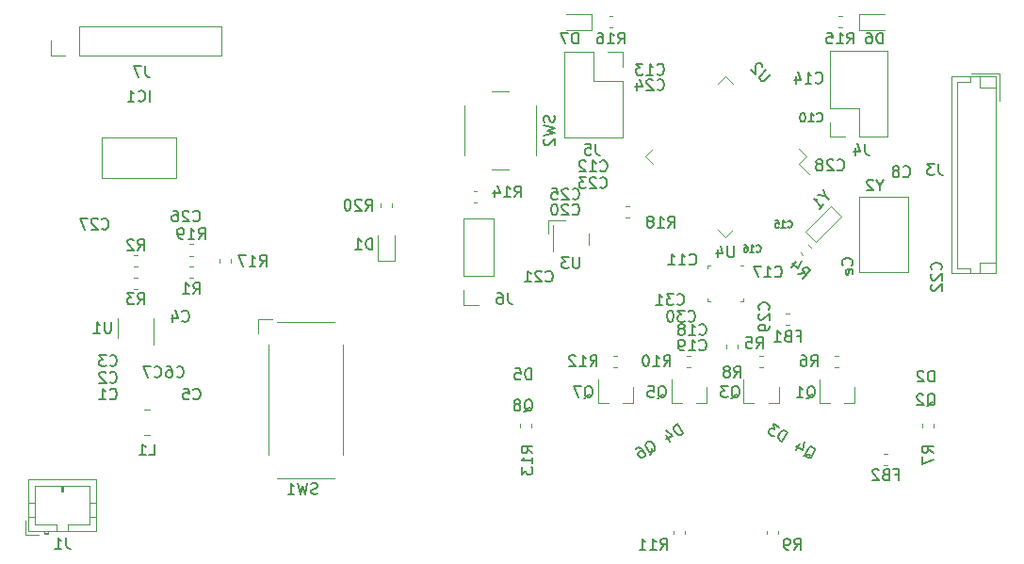
<source format=gbr>
%TF.GenerationSoftware,KiCad,Pcbnew,5.1.6-c6e7f7d~87~ubuntu18.04.1*%
%TF.CreationDate,2020-09-10T12:49:25+09:00*%
%TF.ProjectId,m5mouse,6d356d6f-7573-4652-9e6b-696361645f70,rev?*%
%TF.SameCoordinates,PX4c4b400PY8583b00*%
%TF.FileFunction,Legend,Bot*%
%TF.FilePolarity,Positive*%
%FSLAX46Y46*%
G04 Gerber Fmt 4.6, Leading zero omitted, Abs format (unit mm)*
G04 Created by KiCad (PCBNEW 5.1.6-c6e7f7d~87~ubuntu18.04.1) date 2020-09-10 12:49:25*
%MOMM*%
%LPD*%
G01*
G04 APERTURE LIST*
%ADD10C,0.120000*%
%ADD11C,0.150000*%
G04 APERTURE END LIST*
D10*
%TO.C,D1*%
X48235000Y29300000D02*
X48235000Y27015000D01*
X48235000Y27015000D02*
X46765000Y27015000D01*
X46765000Y27015000D02*
X46765000Y29300000D01*
%TO.C,D6*%
X90015000Y49235000D02*
X92300000Y49235000D01*
X90015000Y47765000D02*
X90015000Y49235000D01*
X92300000Y47765000D02*
X90015000Y47765000D01*
%TO.C,D7*%
X65985000Y47765000D02*
X63700000Y47765000D01*
X65985000Y49235000D02*
X65985000Y47765000D01*
X63700000Y49235000D02*
X65985000Y49235000D01*
%TO.C,IC1*%
X28650000Y38150000D02*
X21950000Y38150000D01*
X21950000Y38150000D02*
X21950000Y34450000D01*
X21950000Y34450000D02*
X28650000Y34450000D01*
X28650000Y34450000D02*
X28650000Y38150000D01*
%TO.C,J3*%
X102610000Y43910000D02*
X102610000Y41410000D01*
X100110000Y43910000D02*
X102610000Y43910000D01*
X100810000Y26890000D02*
X102310000Y26890000D01*
X100810000Y25890000D02*
X100810000Y26890000D01*
X100810000Y42610000D02*
X102310000Y42610000D01*
X100810000Y43610000D02*
X100810000Y42610000D01*
X100000000Y26390000D02*
X100000000Y25890000D01*
X98790000Y26390000D02*
X100000000Y26390000D01*
X98790000Y43110000D02*
X98790000Y26390000D01*
X100000000Y43110000D02*
X98790000Y43110000D01*
X100000000Y43610000D02*
X100000000Y43110000D01*
X98290000Y25890000D02*
X98290000Y43610000D01*
X102310000Y25890000D02*
X98290000Y25890000D01*
X102310000Y43610000D02*
X102310000Y25890000D01*
X98290000Y43610000D02*
X102310000Y43610000D01*
%TO.C,J4*%
X87370000Y45910000D02*
X92570000Y45910000D01*
X87370000Y40770000D02*
X87370000Y45910000D01*
X92570000Y38170000D02*
X92570000Y45910000D01*
X87370000Y40770000D02*
X89970000Y40770000D01*
X89970000Y40770000D02*
X89970000Y38170000D01*
X89970000Y38170000D02*
X92570000Y38170000D01*
X87370000Y39500000D02*
X87370000Y38170000D01*
X87370000Y38170000D02*
X88700000Y38170000D01*
%TO.C,J5*%
X68730000Y45830000D02*
X67400000Y45830000D01*
X68730000Y44500000D02*
X68730000Y45830000D01*
X66130000Y45830000D02*
X63530000Y45830000D01*
X66130000Y43230000D02*
X66130000Y45830000D01*
X68730000Y43230000D02*
X66130000Y43230000D01*
X63530000Y45830000D02*
X63530000Y38090000D01*
X68730000Y43230000D02*
X68730000Y38090000D01*
X68730000Y38090000D02*
X63530000Y38090000D01*
%TO.C,J6*%
X54470000Y23070000D02*
X55800000Y23070000D01*
X54470000Y24400000D02*
X54470000Y23070000D01*
X54470000Y25670000D02*
X57130000Y25670000D01*
X57130000Y25670000D02*
X57130000Y30810000D01*
X54470000Y25670000D02*
X54470000Y30810000D01*
X54470000Y30810000D02*
X57130000Y30810000D01*
%TO.C,J7*%
X17320000Y46800000D02*
X17320000Y45470000D01*
X17320000Y45470000D02*
X18650000Y45470000D01*
X19920000Y45470000D02*
X32680000Y45470000D01*
X32680000Y48130000D02*
X32680000Y45470000D01*
X19920000Y48130000D02*
X32680000Y48130000D01*
X19920000Y48130000D02*
X19920000Y45470000D01*
%TO.C,L1*%
X25738748Y13610000D02*
X26261252Y13610000D01*
X25738748Y11390000D02*
X26261252Y11390000D01*
%TO.C,Q1*%
X89580000Y14240000D02*
X89580000Y15700000D01*
X86420000Y14240000D02*
X86420000Y16400000D01*
X86420000Y14240000D02*
X87350000Y14240000D01*
X89580000Y14240000D02*
X88650000Y14240000D01*
%TO.C,Q3*%
X82780000Y14240000D02*
X81850000Y14240000D01*
X79620000Y14240000D02*
X80550000Y14240000D01*
X79620000Y14240000D02*
X79620000Y16400000D01*
X82780000Y14240000D02*
X82780000Y15700000D01*
%TO.C,Q5*%
X76280000Y14240000D02*
X76280000Y15700000D01*
X73120000Y14240000D02*
X73120000Y16400000D01*
X73120000Y14240000D02*
X74050000Y14240000D01*
X76280000Y14240000D02*
X75350000Y14240000D01*
%TO.C,Q7*%
X69680000Y14240000D02*
X68750000Y14240000D01*
X66520000Y14240000D02*
X67450000Y14240000D01*
X66520000Y14240000D02*
X66520000Y16400000D01*
X69680000Y14240000D02*
X69680000Y15700000D01*
%TO.C,R1*%
X30162779Y26510000D02*
X29837221Y26510000D01*
X30162779Y25490000D02*
X29837221Y25490000D01*
%TO.C,R2*%
X25162779Y26490000D02*
X24837221Y26490000D01*
X25162779Y27510000D02*
X24837221Y27510000D01*
%TO.C,R3*%
X24837221Y24490000D02*
X25162779Y24490000D01*
X24837221Y25510000D02*
X25162779Y25510000D01*
%TO.C,R4*%
X85445522Y28475727D02*
X85675727Y28245522D01*
X84724273Y27754478D02*
X84954478Y27524273D01*
%TO.C,R5*%
X79092000Y19141221D02*
X79092000Y19466779D01*
X78072000Y19141221D02*
X78072000Y19466779D01*
%TO.C,R6*%
X87837221Y18510000D02*
X88162779Y18510000D01*
X87837221Y17490000D02*
X88162779Y17490000D01*
%TO.C,R7*%
X96710000Y12362779D02*
X96710000Y12037221D01*
X95690000Y12362779D02*
X95690000Y12037221D01*
%TO.C,R8*%
X81037221Y17490000D02*
X81362779Y17490000D01*
X81037221Y18510000D02*
X81362779Y18510000D01*
%TO.C,R9*%
X82710000Y2762779D02*
X82710000Y2437221D01*
X81690000Y2762779D02*
X81690000Y2437221D01*
%TO.C,R10*%
X74537221Y17490000D02*
X74862779Y17490000D01*
X74537221Y18510000D02*
X74862779Y18510000D01*
%TO.C,R11*%
X74310000Y2762779D02*
X74310000Y2437221D01*
X73290000Y2762779D02*
X73290000Y2437221D01*
%TO.C,R12*%
X67937221Y17490000D02*
X68262779Y17490000D01*
X67937221Y18510000D02*
X68262779Y18510000D01*
%TO.C,R13*%
X60510000Y12362779D02*
X60510000Y12037221D01*
X59490000Y12362779D02*
X59490000Y12037221D01*
%TO.C,R14*%
X55337221Y32290000D02*
X55662779Y32290000D01*
X55337221Y33310000D02*
X55662779Y33310000D01*
%TO.C,R15*%
X88462779Y47990000D02*
X88137221Y47990000D01*
X88462779Y49010000D02*
X88137221Y49010000D01*
%TO.C,R16*%
X67537221Y47990000D02*
X67862779Y47990000D01*
X67537221Y49010000D02*
X67862779Y49010000D01*
%TO.C,R17*%
X32490000Y26837221D02*
X32490000Y27162779D01*
X33510000Y26837221D02*
X33510000Y27162779D01*
%TO.C,R18*%
X69362779Y31910000D02*
X69037221Y31910000D01*
X69362779Y30890000D02*
X69037221Y30890000D01*
%TO.C,R19*%
X30162779Y28510000D02*
X29837221Y28510000D01*
X30162779Y27490000D02*
X29837221Y27490000D01*
%TO.C,R20*%
X48010000Y32162779D02*
X48010000Y31837221D01*
X46990000Y32162779D02*
X46990000Y31837221D01*
%TO.C,SW1*%
X37650000Y7500000D02*
X42850000Y7500000D01*
X42850000Y21500000D02*
X37650000Y21500000D01*
X36900000Y19450000D02*
X36900000Y9550000D01*
X43600000Y9550000D02*
X43600000Y19450000D01*
X37250000Y21800000D02*
X35950000Y21800000D01*
X35950000Y21800000D02*
X35950000Y20500000D01*
%TO.C,SW2*%
X57000000Y42250000D02*
X58500000Y42250000D01*
X61000000Y41000000D02*
X61000000Y36500000D01*
X58500000Y35250000D02*
X57000000Y35250000D01*
X54500000Y36500000D02*
X54500000Y41000000D01*
%TO.C,U1*%
X26610000Y21900000D02*
X26610000Y19450000D01*
X23390000Y20100000D02*
X23390000Y21900000D01*
%TO.C,U2*%
X84554880Y35728249D02*
X85502403Y34780725D01*
X85226631Y36400000D02*
X84554880Y35728249D01*
X84554880Y37071751D02*
X85226631Y36400000D01*
X78000000Y43626631D02*
X77328249Y42954880D01*
X78671751Y42954880D02*
X78000000Y43626631D01*
X78000000Y29173369D02*
X78671751Y29845120D01*
X77328249Y29845120D02*
X78000000Y29173369D01*
X70773369Y36400000D02*
X71445120Y37071751D01*
X71445120Y35728249D02*
X70773369Y36400000D01*
%TO.C,U3*%
X62480000Y30250000D02*
X62480000Y27880000D01*
X65720000Y28500000D02*
X65720000Y29500000D01*
X62100000Y30700000D02*
X62100000Y29500000D01*
X63600000Y30700000D02*
X62100000Y30700000D01*
%TO.C,Y1*%
X86137258Y28737258D02*
X88400000Y31000000D01*
X85218019Y29656497D02*
X86137258Y28737258D01*
X87480761Y31919239D02*
X85218019Y29656497D01*
X88400000Y31000000D02*
X87480761Y31919239D01*
%TO.C,Y2*%
X90000000Y32800000D02*
X94400000Y32800000D01*
X94400000Y26000000D02*
X94400000Y32800000D01*
X90000000Y26000000D02*
X94400000Y26000000D01*
X90000000Y32800000D02*
X90000000Y26000000D01*
%TO.C,FB1*%
X83437221Y21290000D02*
X83762779Y21290000D01*
X83437221Y22310000D02*
X83762779Y22310000D01*
%TO.C,U4*%
X76640000Y26610000D02*
X76390000Y26610000D01*
X76390000Y26610000D02*
X76390000Y26360000D01*
X79360000Y23390000D02*
X79610000Y23390000D01*
X79610000Y23390000D02*
X79610000Y23640000D01*
X76640000Y23390000D02*
X76390000Y23390000D01*
X76390000Y23390000D02*
X76390000Y23640000D01*
X79360000Y26610000D02*
X79610000Y26610000D01*
%TO.C,J1*%
X15040000Y2390000D02*
X15040000Y3640000D01*
X16290000Y2390000D02*
X15040000Y2390000D01*
X18400000Y6800000D02*
X18400000Y6300000D01*
X18500000Y6300000D02*
X18500000Y6800000D01*
X18300000Y6300000D02*
X18500000Y6300000D01*
X18300000Y6800000D02*
X18300000Y6300000D01*
X21460000Y5300000D02*
X20850000Y5300000D01*
X21460000Y4000000D02*
X20850000Y4000000D01*
X15340000Y5300000D02*
X15950000Y5300000D01*
X15340000Y4000000D02*
X15950000Y4000000D01*
X18900000Y3300000D02*
X18900000Y2690000D01*
X20850000Y3300000D02*
X18900000Y3300000D01*
X20850000Y6800000D02*
X20850000Y3300000D01*
X15950000Y6800000D02*
X20850000Y6800000D01*
X15950000Y3300000D02*
X15950000Y6800000D01*
X17900000Y3300000D02*
X15950000Y3300000D01*
X17900000Y2690000D02*
X17900000Y3300000D01*
X17100000Y2590000D02*
X16800000Y2590000D01*
X16800000Y2490000D02*
X16800000Y2690000D01*
X17100000Y2490000D02*
X16800000Y2490000D01*
X17100000Y2690000D02*
X17100000Y2490000D01*
X21460000Y2690000D02*
X15340000Y2690000D01*
X21460000Y7410000D02*
X21460000Y2690000D01*
X15340000Y7410000D02*
X21460000Y7410000D01*
X15340000Y2690000D02*
X15340000Y7410000D01*
%TO.C,FB2*%
X92237221Y8690000D02*
X92562779Y8690000D01*
X92237221Y9710000D02*
X92562779Y9710000D01*
%TO.C,C1*%
D11*
X22666666Y14642858D02*
X22714285Y14595239D01*
X22857142Y14547620D01*
X22952380Y14547620D01*
X23095238Y14595239D01*
X23190476Y14690477D01*
X23238095Y14785715D01*
X23285714Y14976191D01*
X23285714Y15119048D01*
X23238095Y15309524D01*
X23190476Y15404762D01*
X23095238Y15500000D01*
X22952380Y15547620D01*
X22857142Y15547620D01*
X22714285Y15500000D01*
X22666666Y15452381D01*
X21714285Y14547620D02*
X22285714Y14547620D01*
X22000000Y14547620D02*
X22000000Y15547620D01*
X22095238Y15404762D01*
X22190476Y15309524D01*
X22285714Y15261905D01*
%TO.C,C2*%
X22666666Y16142858D02*
X22714285Y16095239D01*
X22857142Y16047620D01*
X22952380Y16047620D01*
X23095238Y16095239D01*
X23190476Y16190477D01*
X23238095Y16285715D01*
X23285714Y16476191D01*
X23285714Y16619048D01*
X23238095Y16809524D01*
X23190476Y16904762D01*
X23095238Y17000000D01*
X22952380Y17047620D01*
X22857142Y17047620D01*
X22714285Y17000000D01*
X22666666Y16952381D01*
X22285714Y16952381D02*
X22238095Y17000000D01*
X22142857Y17047620D01*
X21904761Y17047620D01*
X21809523Y17000000D01*
X21761904Y16952381D01*
X21714285Y16857143D01*
X21714285Y16761905D01*
X21761904Y16619048D01*
X22333333Y16047620D01*
X21714285Y16047620D01*
%TO.C,C3*%
X22666666Y17642858D02*
X22714285Y17595239D01*
X22857142Y17547620D01*
X22952380Y17547620D01*
X23095238Y17595239D01*
X23190476Y17690477D01*
X23238095Y17785715D01*
X23285714Y17976191D01*
X23285714Y18119048D01*
X23238095Y18309524D01*
X23190476Y18404762D01*
X23095238Y18500000D01*
X22952380Y18547620D01*
X22857142Y18547620D01*
X22714285Y18500000D01*
X22666666Y18452381D01*
X22333333Y18547620D02*
X21714285Y18547620D01*
X22047619Y18166667D01*
X21904761Y18166667D01*
X21809523Y18119048D01*
X21761904Y18071429D01*
X21714285Y17976191D01*
X21714285Y17738096D01*
X21761904Y17642858D01*
X21809523Y17595239D01*
X21904761Y17547620D01*
X22190476Y17547620D01*
X22285714Y17595239D01*
X22333333Y17642858D01*
%TO.C,C4*%
X29166666Y21642858D02*
X29214285Y21595239D01*
X29357142Y21547620D01*
X29452380Y21547620D01*
X29595238Y21595239D01*
X29690476Y21690477D01*
X29738095Y21785715D01*
X29785714Y21976191D01*
X29785714Y22119048D01*
X29738095Y22309524D01*
X29690476Y22404762D01*
X29595238Y22500000D01*
X29452380Y22547620D01*
X29357142Y22547620D01*
X29214285Y22500000D01*
X29166666Y22452381D01*
X28309523Y22214286D02*
X28309523Y21547620D01*
X28547619Y22595239D02*
X28785714Y21880953D01*
X28166666Y21880953D01*
%TO.C,C5*%
X30166666Y14642858D02*
X30214285Y14595239D01*
X30357142Y14547620D01*
X30452380Y14547620D01*
X30595238Y14595239D01*
X30690476Y14690477D01*
X30738095Y14785715D01*
X30785714Y14976191D01*
X30785714Y15119048D01*
X30738095Y15309524D01*
X30690476Y15404762D01*
X30595238Y15500000D01*
X30452380Y15547620D01*
X30357142Y15547620D01*
X30214285Y15500000D01*
X30166666Y15452381D01*
X29261904Y15547620D02*
X29738095Y15547620D01*
X29785714Y15071429D01*
X29738095Y15119048D01*
X29642857Y15166667D01*
X29404761Y15166667D01*
X29309523Y15119048D01*
X29261904Y15071429D01*
X29214285Y14976191D01*
X29214285Y14738096D01*
X29261904Y14642858D01*
X29309523Y14595239D01*
X29404761Y14547620D01*
X29642857Y14547620D01*
X29738095Y14595239D01*
X29785714Y14642858D01*
%TO.C,C6*%
X28666666Y16642858D02*
X28714285Y16595239D01*
X28857142Y16547620D01*
X28952380Y16547620D01*
X29095238Y16595239D01*
X29190476Y16690477D01*
X29238095Y16785715D01*
X29285714Y16976191D01*
X29285714Y17119048D01*
X29238095Y17309524D01*
X29190476Y17404762D01*
X29095238Y17500000D01*
X28952380Y17547620D01*
X28857142Y17547620D01*
X28714285Y17500000D01*
X28666666Y17452381D01*
X27809523Y17547620D02*
X28000000Y17547620D01*
X28095238Y17500000D01*
X28142857Y17452381D01*
X28238095Y17309524D01*
X28285714Y17119048D01*
X28285714Y16738096D01*
X28238095Y16642858D01*
X28190476Y16595239D01*
X28095238Y16547620D01*
X27904761Y16547620D01*
X27809523Y16595239D01*
X27761904Y16642858D01*
X27714285Y16738096D01*
X27714285Y16976191D01*
X27761904Y17071429D01*
X27809523Y17119048D01*
X27904761Y17166667D01*
X28095238Y17166667D01*
X28190476Y17119048D01*
X28238095Y17071429D01*
X28285714Y16976191D01*
%TO.C,C7*%
X26666666Y16642858D02*
X26714285Y16595239D01*
X26857142Y16547620D01*
X26952380Y16547620D01*
X27095238Y16595239D01*
X27190476Y16690477D01*
X27238095Y16785715D01*
X27285714Y16976191D01*
X27285714Y17119048D01*
X27238095Y17309524D01*
X27190476Y17404762D01*
X27095238Y17500000D01*
X26952380Y17547620D01*
X26857142Y17547620D01*
X26714285Y17500000D01*
X26666666Y17452381D01*
X26333333Y17547620D02*
X25666666Y17547620D01*
X26095238Y16547620D01*
%TO.C,C8*%
X93966666Y34642858D02*
X94014285Y34595239D01*
X94157142Y34547620D01*
X94252380Y34547620D01*
X94395238Y34595239D01*
X94490476Y34690477D01*
X94538095Y34785715D01*
X94585714Y34976191D01*
X94585714Y35119048D01*
X94538095Y35309524D01*
X94490476Y35404762D01*
X94395238Y35500000D01*
X94252380Y35547620D01*
X94157142Y35547620D01*
X94014285Y35500000D01*
X93966666Y35452381D01*
X93395238Y35119048D02*
X93490476Y35166667D01*
X93538095Y35214286D01*
X93585714Y35309524D01*
X93585714Y35357143D01*
X93538095Y35452381D01*
X93490476Y35500000D01*
X93395238Y35547620D01*
X93204761Y35547620D01*
X93109523Y35500000D01*
X93061904Y35452381D01*
X93014285Y35357143D01*
X93014285Y35309524D01*
X93061904Y35214286D01*
X93109523Y35166667D01*
X93204761Y35119048D01*
X93395238Y35119048D01*
X93490476Y35071429D01*
X93538095Y35023810D01*
X93585714Y34928572D01*
X93585714Y34738096D01*
X93538095Y34642858D01*
X93490476Y34595239D01*
X93395238Y34547620D01*
X93204761Y34547620D01*
X93109523Y34595239D01*
X93061904Y34642858D01*
X93014285Y34738096D01*
X93014285Y34928572D01*
X93061904Y35023810D01*
X93109523Y35071429D01*
X93204761Y35119048D01*
%TO.C,Ce*%
X89357142Y26634048D02*
X89404761Y26681667D01*
X89452380Y26824524D01*
X89452380Y26919762D01*
X89404761Y27062620D01*
X89309523Y27157858D01*
X89214285Y27205477D01*
X89023809Y27253096D01*
X88880952Y27253096D01*
X88690476Y27205477D01*
X88595238Y27157858D01*
X88500000Y27062620D01*
X88452380Y26919762D01*
X88452380Y26824524D01*
X88500000Y26681667D01*
X88547619Y26634048D01*
X89404761Y25824524D02*
X89452380Y25919762D01*
X89452380Y26110239D01*
X89404761Y26205477D01*
X89309523Y26253096D01*
X88928571Y26253096D01*
X88833333Y26205477D01*
X88785714Y26110239D01*
X88785714Y25919762D01*
X88833333Y25824524D01*
X88928571Y25776905D01*
X89023809Y25776905D01*
X89119047Y26253096D01*
%TO.C,C10*%
X86224285Y39592286D02*
X86262380Y39554191D01*
X86376666Y39516096D01*
X86452857Y39516096D01*
X86567142Y39554191D01*
X86643333Y39630381D01*
X86681428Y39706572D01*
X86719523Y39858953D01*
X86719523Y39973239D01*
X86681428Y40125620D01*
X86643333Y40201810D01*
X86567142Y40278000D01*
X86452857Y40316096D01*
X86376666Y40316096D01*
X86262380Y40278000D01*
X86224285Y40239905D01*
X85462380Y39516096D02*
X85919523Y39516096D01*
X85690952Y39516096D02*
X85690952Y40316096D01*
X85767142Y40201810D01*
X85843333Y40125620D01*
X85919523Y40087524D01*
X84967142Y40316096D02*
X84890952Y40316096D01*
X84814761Y40278000D01*
X84776666Y40239905D01*
X84738571Y40163715D01*
X84700476Y40011334D01*
X84700476Y39820858D01*
X84738571Y39668477D01*
X84776666Y39592286D01*
X84814761Y39554191D01*
X84890952Y39516096D01*
X84967142Y39516096D01*
X85043333Y39554191D01*
X85081428Y39592286D01*
X85119523Y39668477D01*
X85157619Y39820858D01*
X85157619Y40011334D01*
X85119523Y40163715D01*
X85081428Y40239905D01*
X85043333Y40278000D01*
X84967142Y40316096D01*
%TO.C,C11*%
X74742857Y26742858D02*
X74790476Y26695239D01*
X74933333Y26647620D01*
X75028571Y26647620D01*
X75171428Y26695239D01*
X75266666Y26790477D01*
X75314285Y26885715D01*
X75361904Y27076191D01*
X75361904Y27219048D01*
X75314285Y27409524D01*
X75266666Y27504762D01*
X75171428Y27600000D01*
X75028571Y27647620D01*
X74933333Y27647620D01*
X74790476Y27600000D01*
X74742857Y27552381D01*
X73790476Y26647620D02*
X74361904Y26647620D01*
X74076190Y26647620D02*
X74076190Y27647620D01*
X74171428Y27504762D01*
X74266666Y27409524D01*
X74361904Y27361905D01*
X72838095Y26647620D02*
X73409523Y26647620D01*
X73123809Y26647620D02*
X73123809Y27647620D01*
X73219047Y27504762D01*
X73314285Y27409524D01*
X73409523Y27361905D01*
%TO.C,C12*%
X66742857Y35142858D02*
X66790476Y35095239D01*
X66933333Y35047620D01*
X67028571Y35047620D01*
X67171428Y35095239D01*
X67266666Y35190477D01*
X67314285Y35285715D01*
X67361904Y35476191D01*
X67361904Y35619048D01*
X67314285Y35809524D01*
X67266666Y35904762D01*
X67171428Y36000000D01*
X67028571Y36047620D01*
X66933333Y36047620D01*
X66790476Y36000000D01*
X66742857Y35952381D01*
X65790476Y35047620D02*
X66361904Y35047620D01*
X66076190Y35047620D02*
X66076190Y36047620D01*
X66171428Y35904762D01*
X66266666Y35809524D01*
X66361904Y35761905D01*
X65409523Y35952381D02*
X65361904Y36000000D01*
X65266666Y36047620D01*
X65028571Y36047620D01*
X64933333Y36000000D01*
X64885714Y35952381D01*
X64838095Y35857143D01*
X64838095Y35761905D01*
X64885714Y35619048D01*
X65457142Y35047620D01*
X64838095Y35047620D01*
%TO.C,C13*%
X71842857Y43842858D02*
X71890476Y43795239D01*
X72033333Y43747620D01*
X72128571Y43747620D01*
X72271428Y43795239D01*
X72366666Y43890477D01*
X72414285Y43985715D01*
X72461904Y44176191D01*
X72461904Y44319048D01*
X72414285Y44509524D01*
X72366666Y44604762D01*
X72271428Y44700000D01*
X72128571Y44747620D01*
X72033333Y44747620D01*
X71890476Y44700000D01*
X71842857Y44652381D01*
X70890476Y43747620D02*
X71461904Y43747620D01*
X71176190Y43747620D02*
X71176190Y44747620D01*
X71271428Y44604762D01*
X71366666Y44509524D01*
X71461904Y44461905D01*
X70557142Y44747620D02*
X69938095Y44747620D01*
X70271428Y44366667D01*
X70128571Y44366667D01*
X70033333Y44319048D01*
X69985714Y44271429D01*
X69938095Y44176191D01*
X69938095Y43938096D01*
X69985714Y43842858D01*
X70033333Y43795239D01*
X70128571Y43747620D01*
X70414285Y43747620D01*
X70509523Y43795239D01*
X70557142Y43842858D01*
%TO.C,C14*%
X86098857Y43076858D02*
X86146476Y43029239D01*
X86289333Y42981620D01*
X86384571Y42981620D01*
X86527428Y43029239D01*
X86622666Y43124477D01*
X86670285Y43219715D01*
X86717904Y43410191D01*
X86717904Y43553048D01*
X86670285Y43743524D01*
X86622666Y43838762D01*
X86527428Y43934000D01*
X86384571Y43981620D01*
X86289333Y43981620D01*
X86146476Y43934000D01*
X86098857Y43886381D01*
X85146476Y42981620D02*
X85717904Y42981620D01*
X85432190Y42981620D02*
X85432190Y43981620D01*
X85527428Y43838762D01*
X85622666Y43743524D01*
X85717904Y43695905D01*
X84289333Y43648286D02*
X84289333Y42981620D01*
X84527428Y44029239D02*
X84765523Y43314953D01*
X84146476Y43314953D01*
%TO.C,C15*%
X83585714Y30085715D02*
X83614285Y30057143D01*
X83700000Y30028572D01*
X83757142Y30028572D01*
X83842857Y30057143D01*
X83900000Y30114286D01*
X83928571Y30171429D01*
X83957142Y30285715D01*
X83957142Y30371429D01*
X83928571Y30485715D01*
X83900000Y30542858D01*
X83842857Y30600000D01*
X83757142Y30628572D01*
X83700000Y30628572D01*
X83614285Y30600000D01*
X83585714Y30571429D01*
X83014285Y30028572D02*
X83357142Y30028572D01*
X83185714Y30028572D02*
X83185714Y30628572D01*
X83242857Y30542858D01*
X83300000Y30485715D01*
X83357142Y30457143D01*
X82471428Y30628572D02*
X82757142Y30628572D01*
X82785714Y30342858D01*
X82757142Y30371429D01*
X82700000Y30400000D01*
X82557142Y30400000D01*
X82500000Y30371429D01*
X82471428Y30342858D01*
X82442857Y30285715D01*
X82442857Y30142858D01*
X82471428Y30085715D01*
X82500000Y30057143D01*
X82557142Y30028572D01*
X82700000Y30028572D01*
X82757142Y30057143D01*
X82785714Y30085715D01*
%TO.C,C16*%
X80785714Y27885715D02*
X80814285Y27857143D01*
X80900000Y27828572D01*
X80957142Y27828572D01*
X81042857Y27857143D01*
X81100000Y27914286D01*
X81128571Y27971429D01*
X81157142Y28085715D01*
X81157142Y28171429D01*
X81128571Y28285715D01*
X81100000Y28342858D01*
X81042857Y28400000D01*
X80957142Y28428572D01*
X80900000Y28428572D01*
X80814285Y28400000D01*
X80785714Y28371429D01*
X80214285Y27828572D02*
X80557142Y27828572D01*
X80385714Y27828572D02*
X80385714Y28428572D01*
X80442857Y28342858D01*
X80500000Y28285715D01*
X80557142Y28257143D01*
X79700000Y28428572D02*
X79814285Y28428572D01*
X79871428Y28400000D01*
X79900000Y28371429D01*
X79957142Y28285715D01*
X79985714Y28171429D01*
X79985714Y27942858D01*
X79957142Y27885715D01*
X79928571Y27857143D01*
X79871428Y27828572D01*
X79757142Y27828572D01*
X79700000Y27857143D01*
X79671428Y27885715D01*
X79642857Y27942858D01*
X79642857Y28085715D01*
X79671428Y28142858D01*
X79700000Y28171429D01*
X79757142Y28200000D01*
X79871428Y28200000D01*
X79928571Y28171429D01*
X79957142Y28142858D01*
X79985714Y28085715D01*
%TO.C,C17*%
X82442857Y25642858D02*
X82490476Y25595239D01*
X82633333Y25547620D01*
X82728571Y25547620D01*
X82871428Y25595239D01*
X82966666Y25690477D01*
X83014285Y25785715D01*
X83061904Y25976191D01*
X83061904Y26119048D01*
X83014285Y26309524D01*
X82966666Y26404762D01*
X82871428Y26500000D01*
X82728571Y26547620D01*
X82633333Y26547620D01*
X82490476Y26500000D01*
X82442857Y26452381D01*
X81490476Y25547620D02*
X82061904Y25547620D01*
X81776190Y25547620D02*
X81776190Y26547620D01*
X81871428Y26404762D01*
X81966666Y26309524D01*
X82061904Y26261905D01*
X81157142Y26547620D02*
X80490476Y26547620D01*
X80919047Y25547620D01*
%TO.C,C18*%
X75642857Y20442858D02*
X75690476Y20395239D01*
X75833333Y20347620D01*
X75928571Y20347620D01*
X76071428Y20395239D01*
X76166666Y20490477D01*
X76214285Y20585715D01*
X76261904Y20776191D01*
X76261904Y20919048D01*
X76214285Y21109524D01*
X76166666Y21204762D01*
X76071428Y21300000D01*
X75928571Y21347620D01*
X75833333Y21347620D01*
X75690476Y21300000D01*
X75642857Y21252381D01*
X74690476Y20347620D02*
X75261904Y20347620D01*
X74976190Y20347620D02*
X74976190Y21347620D01*
X75071428Y21204762D01*
X75166666Y21109524D01*
X75261904Y21061905D01*
X74119047Y20919048D02*
X74214285Y20966667D01*
X74261904Y21014286D01*
X74309523Y21109524D01*
X74309523Y21157143D01*
X74261904Y21252381D01*
X74214285Y21300000D01*
X74119047Y21347620D01*
X73928571Y21347620D01*
X73833333Y21300000D01*
X73785714Y21252381D01*
X73738095Y21157143D01*
X73738095Y21109524D01*
X73785714Y21014286D01*
X73833333Y20966667D01*
X73928571Y20919048D01*
X74119047Y20919048D01*
X74214285Y20871429D01*
X74261904Y20823810D01*
X74309523Y20728572D01*
X74309523Y20538096D01*
X74261904Y20442858D01*
X74214285Y20395239D01*
X74119047Y20347620D01*
X73928571Y20347620D01*
X73833333Y20395239D01*
X73785714Y20442858D01*
X73738095Y20538096D01*
X73738095Y20728572D01*
X73785714Y20823810D01*
X73833333Y20871429D01*
X73928571Y20919048D01*
%TO.C,C19*%
X75642857Y19042858D02*
X75690476Y18995239D01*
X75833333Y18947620D01*
X75928571Y18947620D01*
X76071428Y18995239D01*
X76166666Y19090477D01*
X76214285Y19185715D01*
X76261904Y19376191D01*
X76261904Y19519048D01*
X76214285Y19709524D01*
X76166666Y19804762D01*
X76071428Y19900000D01*
X75928571Y19947620D01*
X75833333Y19947620D01*
X75690476Y19900000D01*
X75642857Y19852381D01*
X74690476Y18947620D02*
X75261904Y18947620D01*
X74976190Y18947620D02*
X74976190Y19947620D01*
X75071428Y19804762D01*
X75166666Y19709524D01*
X75261904Y19661905D01*
X74214285Y18947620D02*
X74023809Y18947620D01*
X73928571Y18995239D01*
X73880952Y19042858D01*
X73785714Y19185715D01*
X73738095Y19376191D01*
X73738095Y19757143D01*
X73785714Y19852381D01*
X73833333Y19900000D01*
X73928571Y19947620D01*
X74119047Y19947620D01*
X74214285Y19900000D01*
X74261904Y19852381D01*
X74309523Y19757143D01*
X74309523Y19519048D01*
X74261904Y19423810D01*
X74214285Y19376191D01*
X74119047Y19328572D01*
X73928571Y19328572D01*
X73833333Y19376191D01*
X73785714Y19423810D01*
X73738095Y19519048D01*
%TO.C,C20*%
X64242857Y31242858D02*
X64290476Y31195239D01*
X64433333Y31147620D01*
X64528571Y31147620D01*
X64671428Y31195239D01*
X64766666Y31290477D01*
X64814285Y31385715D01*
X64861904Y31576191D01*
X64861904Y31719048D01*
X64814285Y31909524D01*
X64766666Y32004762D01*
X64671428Y32100000D01*
X64528571Y32147620D01*
X64433333Y32147620D01*
X64290476Y32100000D01*
X64242857Y32052381D01*
X63861904Y32052381D02*
X63814285Y32100000D01*
X63719047Y32147620D01*
X63480952Y32147620D01*
X63385714Y32100000D01*
X63338095Y32052381D01*
X63290476Y31957143D01*
X63290476Y31861905D01*
X63338095Y31719048D01*
X63909523Y31147620D01*
X63290476Y31147620D01*
X62671428Y32147620D02*
X62576190Y32147620D01*
X62480952Y32100000D01*
X62433333Y32052381D01*
X62385714Y31957143D01*
X62338095Y31766667D01*
X62338095Y31528572D01*
X62385714Y31338096D01*
X62433333Y31242858D01*
X62480952Y31195239D01*
X62576190Y31147620D01*
X62671428Y31147620D01*
X62766666Y31195239D01*
X62814285Y31242858D01*
X62861904Y31338096D01*
X62909523Y31528572D01*
X62909523Y31766667D01*
X62861904Y31957143D01*
X62814285Y32052381D01*
X62766666Y32100000D01*
X62671428Y32147620D01*
%TO.C,C21*%
X61842857Y25220858D02*
X61890476Y25173239D01*
X62033333Y25125620D01*
X62128571Y25125620D01*
X62271428Y25173239D01*
X62366666Y25268477D01*
X62414285Y25363715D01*
X62461904Y25554191D01*
X62461904Y25697048D01*
X62414285Y25887524D01*
X62366666Y25982762D01*
X62271428Y26078000D01*
X62128571Y26125620D01*
X62033333Y26125620D01*
X61890476Y26078000D01*
X61842857Y26030381D01*
X61461904Y26030381D02*
X61414285Y26078000D01*
X61319047Y26125620D01*
X61080952Y26125620D01*
X60985714Y26078000D01*
X60938095Y26030381D01*
X60890476Y25935143D01*
X60890476Y25839905D01*
X60938095Y25697048D01*
X61509523Y25125620D01*
X60890476Y25125620D01*
X59938095Y25125620D02*
X60509523Y25125620D01*
X60223809Y25125620D02*
X60223809Y26125620D01*
X60319047Y25982762D01*
X60414285Y25887524D01*
X60509523Y25839905D01*
%TO.C,C22*%
X97357142Y26242858D02*
X97404761Y26290477D01*
X97452380Y26433334D01*
X97452380Y26528572D01*
X97404761Y26671429D01*
X97309523Y26766667D01*
X97214285Y26814286D01*
X97023809Y26861905D01*
X96880952Y26861905D01*
X96690476Y26814286D01*
X96595238Y26766667D01*
X96500000Y26671429D01*
X96452380Y26528572D01*
X96452380Y26433334D01*
X96500000Y26290477D01*
X96547619Y26242858D01*
X96547619Y25861905D02*
X96500000Y25814286D01*
X96452380Y25719048D01*
X96452380Y25480953D01*
X96500000Y25385715D01*
X96547619Y25338096D01*
X96642857Y25290477D01*
X96738095Y25290477D01*
X96880952Y25338096D01*
X97452380Y25909524D01*
X97452380Y25290477D01*
X96547619Y24909524D02*
X96500000Y24861905D01*
X96452380Y24766667D01*
X96452380Y24528572D01*
X96500000Y24433334D01*
X96547619Y24385715D01*
X96642857Y24338096D01*
X96738095Y24338096D01*
X96880952Y24385715D01*
X97452380Y24957143D01*
X97452380Y24338096D01*
%TO.C,C23*%
X66727857Y33642858D02*
X66775476Y33595239D01*
X66918333Y33547620D01*
X67013571Y33547620D01*
X67156428Y33595239D01*
X67251666Y33690477D01*
X67299285Y33785715D01*
X67346904Y33976191D01*
X67346904Y34119048D01*
X67299285Y34309524D01*
X67251666Y34404762D01*
X67156428Y34500000D01*
X67013571Y34547620D01*
X66918333Y34547620D01*
X66775476Y34500000D01*
X66727857Y34452381D01*
X66346904Y34452381D02*
X66299285Y34500000D01*
X66204047Y34547620D01*
X65965952Y34547620D01*
X65870714Y34500000D01*
X65823095Y34452381D01*
X65775476Y34357143D01*
X65775476Y34261905D01*
X65823095Y34119048D01*
X66394523Y33547620D01*
X65775476Y33547620D01*
X65442142Y34547620D02*
X64823095Y34547620D01*
X65156428Y34166667D01*
X65013571Y34166667D01*
X64918333Y34119048D01*
X64870714Y34071429D01*
X64823095Y33976191D01*
X64823095Y33738096D01*
X64870714Y33642858D01*
X64918333Y33595239D01*
X65013571Y33547620D01*
X65299285Y33547620D01*
X65394523Y33595239D01*
X65442142Y33642858D01*
%TO.C,C24*%
X71842857Y42442858D02*
X71890476Y42395239D01*
X72033333Y42347620D01*
X72128571Y42347620D01*
X72271428Y42395239D01*
X72366666Y42490477D01*
X72414285Y42585715D01*
X72461904Y42776191D01*
X72461904Y42919048D01*
X72414285Y43109524D01*
X72366666Y43204762D01*
X72271428Y43300000D01*
X72128571Y43347620D01*
X72033333Y43347620D01*
X71890476Y43300000D01*
X71842857Y43252381D01*
X71461904Y43252381D02*
X71414285Y43300000D01*
X71319047Y43347620D01*
X71080952Y43347620D01*
X70985714Y43300000D01*
X70938095Y43252381D01*
X70890476Y43157143D01*
X70890476Y43061905D01*
X70938095Y42919048D01*
X71509523Y42347620D01*
X70890476Y42347620D01*
X70033333Y43014286D02*
X70033333Y42347620D01*
X70271428Y43395239D02*
X70509523Y42680953D01*
X69890476Y42680953D01*
%TO.C,C25*%
X64242857Y32642858D02*
X64290476Y32595239D01*
X64433333Y32547620D01*
X64528571Y32547620D01*
X64671428Y32595239D01*
X64766666Y32690477D01*
X64814285Y32785715D01*
X64861904Y32976191D01*
X64861904Y33119048D01*
X64814285Y33309524D01*
X64766666Y33404762D01*
X64671428Y33500000D01*
X64528571Y33547620D01*
X64433333Y33547620D01*
X64290476Y33500000D01*
X64242857Y33452381D01*
X63861904Y33452381D02*
X63814285Y33500000D01*
X63719047Y33547620D01*
X63480952Y33547620D01*
X63385714Y33500000D01*
X63338095Y33452381D01*
X63290476Y33357143D01*
X63290476Y33261905D01*
X63338095Y33119048D01*
X63909523Y32547620D01*
X63290476Y32547620D01*
X62385714Y33547620D02*
X62861904Y33547620D01*
X62909523Y33071429D01*
X62861904Y33119048D01*
X62766666Y33166667D01*
X62528571Y33166667D01*
X62433333Y33119048D01*
X62385714Y33071429D01*
X62338095Y32976191D01*
X62338095Y32738096D01*
X62385714Y32642858D01*
X62433333Y32595239D01*
X62528571Y32547620D01*
X62766666Y32547620D01*
X62861904Y32595239D01*
X62909523Y32642858D01*
%TO.C,C26*%
X30142857Y30642858D02*
X30190476Y30595239D01*
X30333333Y30547620D01*
X30428571Y30547620D01*
X30571428Y30595239D01*
X30666666Y30690477D01*
X30714285Y30785715D01*
X30761904Y30976191D01*
X30761904Y31119048D01*
X30714285Y31309524D01*
X30666666Y31404762D01*
X30571428Y31500000D01*
X30428571Y31547620D01*
X30333333Y31547620D01*
X30190476Y31500000D01*
X30142857Y31452381D01*
X29761904Y31452381D02*
X29714285Y31500000D01*
X29619047Y31547620D01*
X29380952Y31547620D01*
X29285714Y31500000D01*
X29238095Y31452381D01*
X29190476Y31357143D01*
X29190476Y31261905D01*
X29238095Y31119048D01*
X29809523Y30547620D01*
X29190476Y30547620D01*
X28333333Y31547620D02*
X28523809Y31547620D01*
X28619047Y31500000D01*
X28666666Y31452381D01*
X28761904Y31309524D01*
X28809523Y31119048D01*
X28809523Y30738096D01*
X28761904Y30642858D01*
X28714285Y30595239D01*
X28619047Y30547620D01*
X28428571Y30547620D01*
X28333333Y30595239D01*
X28285714Y30642858D01*
X28238095Y30738096D01*
X28238095Y30976191D01*
X28285714Y31071429D01*
X28333333Y31119048D01*
X28428571Y31166667D01*
X28619047Y31166667D01*
X28714285Y31119048D01*
X28761904Y31071429D01*
X28809523Y30976191D01*
%TO.C,C27*%
X21942857Y29942858D02*
X21990476Y29895239D01*
X22133333Y29847620D01*
X22228571Y29847620D01*
X22371428Y29895239D01*
X22466666Y29990477D01*
X22514285Y30085715D01*
X22561904Y30276191D01*
X22561904Y30419048D01*
X22514285Y30609524D01*
X22466666Y30704762D01*
X22371428Y30800000D01*
X22228571Y30847620D01*
X22133333Y30847620D01*
X21990476Y30800000D01*
X21942857Y30752381D01*
X21561904Y30752381D02*
X21514285Y30800000D01*
X21419047Y30847620D01*
X21180952Y30847620D01*
X21085714Y30800000D01*
X21038095Y30752381D01*
X20990476Y30657143D01*
X20990476Y30561905D01*
X21038095Y30419048D01*
X21609523Y29847620D01*
X20990476Y29847620D01*
X20657142Y30847620D02*
X19990476Y30847620D01*
X20419047Y29847620D01*
%TO.C,C28*%
X88042857Y35242858D02*
X88090476Y35195239D01*
X88233333Y35147620D01*
X88328571Y35147620D01*
X88471428Y35195239D01*
X88566666Y35290477D01*
X88614285Y35385715D01*
X88661904Y35576191D01*
X88661904Y35719048D01*
X88614285Y35909524D01*
X88566666Y36004762D01*
X88471428Y36100000D01*
X88328571Y36147620D01*
X88233333Y36147620D01*
X88090476Y36100000D01*
X88042857Y36052381D01*
X87661904Y36052381D02*
X87614285Y36100000D01*
X87519047Y36147620D01*
X87280952Y36147620D01*
X87185714Y36100000D01*
X87138095Y36052381D01*
X87090476Y35957143D01*
X87090476Y35861905D01*
X87138095Y35719048D01*
X87709523Y35147620D01*
X87090476Y35147620D01*
X86519047Y35719048D02*
X86614285Y35766667D01*
X86661904Y35814286D01*
X86709523Y35909524D01*
X86709523Y35957143D01*
X86661904Y36052381D01*
X86614285Y36100000D01*
X86519047Y36147620D01*
X86328571Y36147620D01*
X86233333Y36100000D01*
X86185714Y36052381D01*
X86138095Y35957143D01*
X86138095Y35909524D01*
X86185714Y35814286D01*
X86233333Y35766667D01*
X86328571Y35719048D01*
X86519047Y35719048D01*
X86614285Y35671429D01*
X86661904Y35623810D01*
X86709523Y35528572D01*
X86709523Y35338096D01*
X86661904Y35242858D01*
X86614285Y35195239D01*
X86519047Y35147620D01*
X86328571Y35147620D01*
X86233333Y35195239D01*
X86185714Y35242858D01*
X86138095Y35338096D01*
X86138095Y35528572D01*
X86185714Y35623810D01*
X86233333Y35671429D01*
X86328571Y35719048D01*
%TO.C,D1*%
X46238095Y28047620D02*
X46238095Y29047620D01*
X46000000Y29047620D01*
X45857142Y29000000D01*
X45761904Y28904762D01*
X45714285Y28809524D01*
X45666666Y28619048D01*
X45666666Y28476191D01*
X45714285Y28285715D01*
X45761904Y28190477D01*
X45857142Y28095239D01*
X46000000Y28047620D01*
X46238095Y28047620D01*
X44714285Y28047620D02*
X45285714Y28047620D01*
X45000000Y28047620D02*
X45000000Y29047620D01*
X45095238Y28904762D01*
X45190476Y28809524D01*
X45285714Y28761905D01*
%TO.C,D6*%
X92138095Y46547620D02*
X92138095Y47547620D01*
X91900000Y47547620D01*
X91757142Y47500000D01*
X91661904Y47404762D01*
X91614285Y47309524D01*
X91566666Y47119048D01*
X91566666Y46976191D01*
X91614285Y46785715D01*
X91661904Y46690477D01*
X91757142Y46595239D01*
X91900000Y46547620D01*
X92138095Y46547620D01*
X90709523Y47547620D02*
X90900000Y47547620D01*
X90995238Y47500000D01*
X91042857Y47452381D01*
X91138095Y47309524D01*
X91185714Y47119048D01*
X91185714Y46738096D01*
X91138095Y46642858D01*
X91090476Y46595239D01*
X90995238Y46547620D01*
X90804761Y46547620D01*
X90709523Y46595239D01*
X90661904Y46642858D01*
X90614285Y46738096D01*
X90614285Y46976191D01*
X90661904Y47071429D01*
X90709523Y47119048D01*
X90804761Y47166667D01*
X90995238Y47166667D01*
X91090476Y47119048D01*
X91138095Y47071429D01*
X91185714Y46976191D01*
%TO.C,D7*%
X64738095Y46547620D02*
X64738095Y47547620D01*
X64500000Y47547620D01*
X64357142Y47500000D01*
X64261904Y47404762D01*
X64214285Y47309524D01*
X64166666Y47119048D01*
X64166666Y46976191D01*
X64214285Y46785715D01*
X64261904Y46690477D01*
X64357142Y46595239D01*
X64500000Y46547620D01*
X64738095Y46547620D01*
X63833333Y47547620D02*
X63166666Y47547620D01*
X63595238Y46547620D01*
%TO.C,IC1*%
X26276190Y41347620D02*
X26276190Y42347620D01*
X25228571Y41442858D02*
X25276190Y41395239D01*
X25419047Y41347620D01*
X25514285Y41347620D01*
X25657142Y41395239D01*
X25752380Y41490477D01*
X25800000Y41585715D01*
X25847619Y41776191D01*
X25847619Y41919048D01*
X25800000Y42109524D01*
X25752380Y42204762D01*
X25657142Y42300000D01*
X25514285Y42347620D01*
X25419047Y42347620D01*
X25276190Y42300000D01*
X25228571Y42252381D01*
X24276190Y41347620D02*
X24847619Y41347620D01*
X24561904Y41347620D02*
X24561904Y42347620D01*
X24657142Y42204762D01*
X24752380Y42109524D01*
X24847619Y42061905D01*
%TO.C,J3*%
X97133333Y35747620D02*
X97133333Y35033334D01*
X97180952Y34890477D01*
X97276190Y34795239D01*
X97419047Y34747620D01*
X97514285Y34747620D01*
X96752380Y35747620D02*
X96133333Y35747620D01*
X96466666Y35366667D01*
X96323809Y35366667D01*
X96228571Y35319048D01*
X96180952Y35271429D01*
X96133333Y35176191D01*
X96133333Y34938096D01*
X96180952Y34842858D01*
X96228571Y34795239D01*
X96323809Y34747620D01*
X96609523Y34747620D01*
X96704761Y34795239D01*
X96752380Y34842858D01*
%TO.C,J4*%
X90533333Y37547620D02*
X90533333Y36833334D01*
X90580952Y36690477D01*
X90676190Y36595239D01*
X90819047Y36547620D01*
X90914285Y36547620D01*
X89628571Y37214286D02*
X89628571Y36547620D01*
X89866666Y37595239D02*
X90104761Y36880953D01*
X89485714Y36880953D01*
%TO.C,J5*%
X66333333Y37547620D02*
X66333333Y36833334D01*
X66380952Y36690477D01*
X66476190Y36595239D01*
X66619047Y36547620D01*
X66714285Y36547620D01*
X65380952Y37547620D02*
X65857142Y37547620D01*
X65904761Y37071429D01*
X65857142Y37119048D01*
X65761904Y37166667D01*
X65523809Y37166667D01*
X65428571Y37119048D01*
X65380952Y37071429D01*
X65333333Y36976191D01*
X65333333Y36738096D01*
X65380952Y36642858D01*
X65428571Y36595239D01*
X65523809Y36547620D01*
X65761904Y36547620D01*
X65857142Y36595239D01*
X65904761Y36642858D01*
%TO.C,J6*%
X58433333Y24147620D02*
X58433333Y23433334D01*
X58480952Y23290477D01*
X58576190Y23195239D01*
X58719047Y23147620D01*
X58814285Y23147620D01*
X57528571Y24147620D02*
X57719047Y24147620D01*
X57814285Y24100000D01*
X57861904Y24052381D01*
X57957142Y23909524D01*
X58004761Y23719048D01*
X58004761Y23338096D01*
X57957142Y23242858D01*
X57909523Y23195239D01*
X57814285Y23147620D01*
X57623809Y23147620D01*
X57528571Y23195239D01*
X57480952Y23242858D01*
X57433333Y23338096D01*
X57433333Y23576191D01*
X57480952Y23671429D01*
X57528571Y23719048D01*
X57623809Y23766667D01*
X57814285Y23766667D01*
X57909523Y23719048D01*
X57957142Y23671429D01*
X58004761Y23576191D01*
%TO.C,J7*%
X25833333Y44547620D02*
X25833333Y43833334D01*
X25880952Y43690477D01*
X25976190Y43595239D01*
X26119047Y43547620D01*
X26214285Y43547620D01*
X25452380Y44547620D02*
X24785714Y44547620D01*
X25214285Y43547620D01*
%TO.C,L1*%
X26166666Y9547620D02*
X26642857Y9547620D01*
X26642857Y10547620D01*
X25309523Y9547620D02*
X25880952Y9547620D01*
X25595238Y9547620D02*
X25595238Y10547620D01*
X25690476Y10404762D01*
X25785714Y10309524D01*
X25880952Y10261905D01*
%TO.C,Q1*%
X85295238Y14652381D02*
X85390476Y14700000D01*
X85485714Y14795239D01*
X85628571Y14938096D01*
X85723809Y14985715D01*
X85819047Y14985715D01*
X85771428Y14747620D02*
X85866666Y14795239D01*
X85961904Y14890477D01*
X86009523Y15080953D01*
X86009523Y15414286D01*
X85961904Y15604762D01*
X85866666Y15700000D01*
X85771428Y15747620D01*
X85580952Y15747620D01*
X85485714Y15700000D01*
X85390476Y15604762D01*
X85342857Y15414286D01*
X85342857Y15080953D01*
X85390476Y14890477D01*
X85485714Y14795239D01*
X85580952Y14747620D01*
X85771428Y14747620D01*
X84390476Y14747620D02*
X84961904Y14747620D01*
X84676190Y14747620D02*
X84676190Y15747620D01*
X84771428Y15604762D01*
X84866666Y15509524D01*
X84961904Y15461905D01*
%TO.C,Q3*%
X78495238Y14652381D02*
X78590476Y14700000D01*
X78685714Y14795239D01*
X78828571Y14938096D01*
X78923809Y14985715D01*
X79019047Y14985715D01*
X78971428Y14747620D02*
X79066666Y14795239D01*
X79161904Y14890477D01*
X79209523Y15080953D01*
X79209523Y15414286D01*
X79161904Y15604762D01*
X79066666Y15700000D01*
X78971428Y15747620D01*
X78780952Y15747620D01*
X78685714Y15700000D01*
X78590476Y15604762D01*
X78542857Y15414286D01*
X78542857Y15080953D01*
X78590476Y14890477D01*
X78685714Y14795239D01*
X78780952Y14747620D01*
X78971428Y14747620D01*
X78209523Y15747620D02*
X77590476Y15747620D01*
X77923809Y15366667D01*
X77780952Y15366667D01*
X77685714Y15319048D01*
X77638095Y15271429D01*
X77590476Y15176191D01*
X77590476Y14938096D01*
X77638095Y14842858D01*
X77685714Y14795239D01*
X77780952Y14747620D01*
X78066666Y14747620D01*
X78161904Y14795239D01*
X78209523Y14842858D01*
%TO.C,Q5*%
X71895238Y14652381D02*
X71990476Y14700000D01*
X72085714Y14795239D01*
X72228571Y14938096D01*
X72323809Y14985715D01*
X72419047Y14985715D01*
X72371428Y14747620D02*
X72466666Y14795239D01*
X72561904Y14890477D01*
X72609523Y15080953D01*
X72609523Y15414286D01*
X72561904Y15604762D01*
X72466666Y15700000D01*
X72371428Y15747620D01*
X72180952Y15747620D01*
X72085714Y15700000D01*
X71990476Y15604762D01*
X71942857Y15414286D01*
X71942857Y15080953D01*
X71990476Y14890477D01*
X72085714Y14795239D01*
X72180952Y14747620D01*
X72371428Y14747620D01*
X71038095Y15747620D02*
X71514285Y15747620D01*
X71561904Y15271429D01*
X71514285Y15319048D01*
X71419047Y15366667D01*
X71180952Y15366667D01*
X71085714Y15319048D01*
X71038095Y15271429D01*
X70990476Y15176191D01*
X70990476Y14938096D01*
X71038095Y14842858D01*
X71085714Y14795239D01*
X71180952Y14747620D01*
X71419047Y14747620D01*
X71514285Y14795239D01*
X71561904Y14842858D01*
%TO.C,Q7*%
X65295238Y14652381D02*
X65390476Y14700000D01*
X65485714Y14795239D01*
X65628571Y14938096D01*
X65723809Y14985715D01*
X65819047Y14985715D01*
X65771428Y14747620D02*
X65866666Y14795239D01*
X65961904Y14890477D01*
X66009523Y15080953D01*
X66009523Y15414286D01*
X65961904Y15604762D01*
X65866666Y15700000D01*
X65771428Y15747620D01*
X65580952Y15747620D01*
X65485714Y15700000D01*
X65390476Y15604762D01*
X65342857Y15414286D01*
X65342857Y15080953D01*
X65390476Y14890477D01*
X65485714Y14795239D01*
X65580952Y14747620D01*
X65771428Y14747620D01*
X65009523Y15747620D02*
X64342857Y15747620D01*
X64771428Y14747620D01*
%TO.C,R1*%
X30166666Y24047620D02*
X30500000Y24523810D01*
X30738095Y24047620D02*
X30738095Y25047620D01*
X30357142Y25047620D01*
X30261904Y25000000D01*
X30214285Y24952381D01*
X30166666Y24857143D01*
X30166666Y24714286D01*
X30214285Y24619048D01*
X30261904Y24571429D01*
X30357142Y24523810D01*
X30738095Y24523810D01*
X29214285Y24047620D02*
X29785714Y24047620D01*
X29500000Y24047620D02*
X29500000Y25047620D01*
X29595238Y24904762D01*
X29690476Y24809524D01*
X29785714Y24761905D01*
%TO.C,R2*%
X25166666Y27977620D02*
X25500000Y28453810D01*
X25738095Y27977620D02*
X25738095Y28977620D01*
X25357142Y28977620D01*
X25261904Y28930000D01*
X25214285Y28882381D01*
X25166666Y28787143D01*
X25166666Y28644286D01*
X25214285Y28549048D01*
X25261904Y28501429D01*
X25357142Y28453810D01*
X25738095Y28453810D01*
X24785714Y28882381D02*
X24738095Y28930000D01*
X24642857Y28977620D01*
X24404761Y28977620D01*
X24309523Y28930000D01*
X24261904Y28882381D01*
X24214285Y28787143D01*
X24214285Y28691905D01*
X24261904Y28549048D01*
X24833333Y27977620D01*
X24214285Y27977620D01*
%TO.C,R3*%
X25166666Y23117620D02*
X25500000Y23593810D01*
X25738095Y23117620D02*
X25738095Y24117620D01*
X25357142Y24117620D01*
X25261904Y24070000D01*
X25214285Y24022381D01*
X25166666Y23927143D01*
X25166666Y23784286D01*
X25214285Y23689048D01*
X25261904Y23641429D01*
X25357142Y23593810D01*
X25738095Y23593810D01*
X24833333Y24117620D02*
X24214285Y24117620D01*
X24547619Y23736667D01*
X24404761Y23736667D01*
X24309523Y23689048D01*
X24261904Y23641429D01*
X24214285Y23546191D01*
X24214285Y23308096D01*
X24261904Y23212858D01*
X24309523Y23165239D01*
X24404761Y23117620D01*
X24690476Y23117620D01*
X24785714Y23165239D01*
X24833333Y23212858D01*
%TO.C,R4*%
X84497969Y25862268D02*
X85070389Y25963283D01*
X84902030Y25458207D02*
X85609137Y26165313D01*
X85339763Y26434688D01*
X85238748Y26468359D01*
X85171404Y26468359D01*
X85070389Y26434688D01*
X84969374Y26333672D01*
X84935702Y26232657D01*
X84935702Y26165313D01*
X84969374Y26064298D01*
X85238748Y25794924D01*
X84363282Y26939764D02*
X83891877Y26468359D01*
X84801015Y27040779D02*
X84464297Y26367344D01*
X84026564Y26805077D01*
%TO.C,R5*%
X80766666Y19147620D02*
X81100000Y19623810D01*
X81338095Y19147620D02*
X81338095Y20147620D01*
X80957142Y20147620D01*
X80861904Y20100000D01*
X80814285Y20052381D01*
X80766666Y19957143D01*
X80766666Y19814286D01*
X80814285Y19719048D01*
X80861904Y19671429D01*
X80957142Y19623810D01*
X81338095Y19623810D01*
X79861904Y20147620D02*
X80338095Y20147620D01*
X80385714Y19671429D01*
X80338095Y19719048D01*
X80242857Y19766667D01*
X80004761Y19766667D01*
X79909523Y19719048D01*
X79861904Y19671429D01*
X79814285Y19576191D01*
X79814285Y19338096D01*
X79861904Y19242858D01*
X79909523Y19195239D01*
X80004761Y19147620D01*
X80242857Y19147620D01*
X80338095Y19195239D01*
X80385714Y19242858D01*
%TO.C,R6*%
X85666666Y17547620D02*
X86000000Y18023810D01*
X86238095Y17547620D02*
X86238095Y18547620D01*
X85857142Y18547620D01*
X85761904Y18500000D01*
X85714285Y18452381D01*
X85666666Y18357143D01*
X85666666Y18214286D01*
X85714285Y18119048D01*
X85761904Y18071429D01*
X85857142Y18023810D01*
X86238095Y18023810D01*
X84809523Y18547620D02*
X85000000Y18547620D01*
X85095238Y18500000D01*
X85142857Y18452381D01*
X85238095Y18309524D01*
X85285714Y18119048D01*
X85285714Y17738096D01*
X85238095Y17642858D01*
X85190476Y17595239D01*
X85095238Y17547620D01*
X84904761Y17547620D01*
X84809523Y17595239D01*
X84761904Y17642858D01*
X84714285Y17738096D01*
X84714285Y17976191D01*
X84761904Y18071429D01*
X84809523Y18119048D01*
X84904761Y18166667D01*
X85095238Y18166667D01*
X85190476Y18119048D01*
X85238095Y18071429D01*
X85285714Y17976191D01*
%TO.C,R7*%
X96652380Y9766667D02*
X96176190Y10100000D01*
X96652380Y10338096D02*
X95652380Y10338096D01*
X95652380Y9957143D01*
X95700000Y9861905D01*
X95747619Y9814286D01*
X95842857Y9766667D01*
X95985714Y9766667D01*
X96080952Y9814286D01*
X96128571Y9861905D01*
X96176190Y9957143D01*
X96176190Y10338096D01*
X95652380Y9433334D02*
X95652380Y8766667D01*
X96652380Y9195239D01*
%TO.C,R8*%
X78766666Y16547620D02*
X79100000Y17023810D01*
X79338095Y16547620D02*
X79338095Y17547620D01*
X78957142Y17547620D01*
X78861904Y17500000D01*
X78814285Y17452381D01*
X78766666Y17357143D01*
X78766666Y17214286D01*
X78814285Y17119048D01*
X78861904Y17071429D01*
X78957142Y17023810D01*
X79338095Y17023810D01*
X78195238Y17119048D02*
X78290476Y17166667D01*
X78338095Y17214286D01*
X78385714Y17309524D01*
X78385714Y17357143D01*
X78338095Y17452381D01*
X78290476Y17500000D01*
X78195238Y17547620D01*
X78004761Y17547620D01*
X77909523Y17500000D01*
X77861904Y17452381D01*
X77814285Y17357143D01*
X77814285Y17309524D01*
X77861904Y17214286D01*
X77909523Y17166667D01*
X78004761Y17119048D01*
X78195238Y17119048D01*
X78290476Y17071429D01*
X78338095Y17023810D01*
X78385714Y16928572D01*
X78385714Y16738096D01*
X78338095Y16642858D01*
X78290476Y16595239D01*
X78195238Y16547620D01*
X78004761Y16547620D01*
X77909523Y16595239D01*
X77861904Y16642858D01*
X77814285Y16738096D01*
X77814285Y16928572D01*
X77861904Y17023810D01*
X77909523Y17071429D01*
X78004761Y17119048D01*
%TO.C,R9*%
X84166666Y1047620D02*
X84500000Y1523810D01*
X84738095Y1047620D02*
X84738095Y2047620D01*
X84357142Y2047620D01*
X84261904Y2000000D01*
X84214285Y1952381D01*
X84166666Y1857143D01*
X84166666Y1714286D01*
X84214285Y1619048D01*
X84261904Y1571429D01*
X84357142Y1523810D01*
X84738095Y1523810D01*
X83690476Y1047620D02*
X83500000Y1047620D01*
X83404761Y1095239D01*
X83357142Y1142858D01*
X83261904Y1285715D01*
X83214285Y1476191D01*
X83214285Y1857143D01*
X83261904Y1952381D01*
X83309523Y2000000D01*
X83404761Y2047620D01*
X83595238Y2047620D01*
X83690476Y2000000D01*
X83738095Y1952381D01*
X83785714Y1857143D01*
X83785714Y1619048D01*
X83738095Y1523810D01*
X83690476Y1476191D01*
X83595238Y1428572D01*
X83404761Y1428572D01*
X83309523Y1476191D01*
X83261904Y1523810D01*
X83214285Y1619048D01*
%TO.C,R10*%
X72442857Y17547620D02*
X72776190Y18023810D01*
X73014285Y17547620D02*
X73014285Y18547620D01*
X72633333Y18547620D01*
X72538095Y18500000D01*
X72490476Y18452381D01*
X72442857Y18357143D01*
X72442857Y18214286D01*
X72490476Y18119048D01*
X72538095Y18071429D01*
X72633333Y18023810D01*
X73014285Y18023810D01*
X71490476Y17547620D02*
X72061904Y17547620D01*
X71776190Y17547620D02*
X71776190Y18547620D01*
X71871428Y18404762D01*
X71966666Y18309524D01*
X72061904Y18261905D01*
X70871428Y18547620D02*
X70776190Y18547620D01*
X70680952Y18500000D01*
X70633333Y18452381D01*
X70585714Y18357143D01*
X70538095Y18166667D01*
X70538095Y17928572D01*
X70585714Y17738096D01*
X70633333Y17642858D01*
X70680952Y17595239D01*
X70776190Y17547620D01*
X70871428Y17547620D01*
X70966666Y17595239D01*
X71014285Y17642858D01*
X71061904Y17738096D01*
X71109523Y17928572D01*
X71109523Y18166667D01*
X71061904Y18357143D01*
X71014285Y18452381D01*
X70966666Y18500000D01*
X70871428Y18547620D01*
%TO.C,R11*%
X72142857Y1047620D02*
X72476190Y1523810D01*
X72714285Y1047620D02*
X72714285Y2047620D01*
X72333333Y2047620D01*
X72238095Y2000000D01*
X72190476Y1952381D01*
X72142857Y1857143D01*
X72142857Y1714286D01*
X72190476Y1619048D01*
X72238095Y1571429D01*
X72333333Y1523810D01*
X72714285Y1523810D01*
X71190476Y1047620D02*
X71761904Y1047620D01*
X71476190Y1047620D02*
X71476190Y2047620D01*
X71571428Y1904762D01*
X71666666Y1809524D01*
X71761904Y1761905D01*
X70238095Y1047620D02*
X70809523Y1047620D01*
X70523809Y1047620D02*
X70523809Y2047620D01*
X70619047Y1904762D01*
X70714285Y1809524D01*
X70809523Y1761905D01*
%TO.C,R12*%
X65842857Y17547620D02*
X66176190Y18023810D01*
X66414285Y17547620D02*
X66414285Y18547620D01*
X66033333Y18547620D01*
X65938095Y18500000D01*
X65890476Y18452381D01*
X65842857Y18357143D01*
X65842857Y18214286D01*
X65890476Y18119048D01*
X65938095Y18071429D01*
X66033333Y18023810D01*
X66414285Y18023810D01*
X64890476Y17547620D02*
X65461904Y17547620D01*
X65176190Y17547620D02*
X65176190Y18547620D01*
X65271428Y18404762D01*
X65366666Y18309524D01*
X65461904Y18261905D01*
X64509523Y18452381D02*
X64461904Y18500000D01*
X64366666Y18547620D01*
X64128571Y18547620D01*
X64033333Y18500000D01*
X63985714Y18452381D01*
X63938095Y18357143D01*
X63938095Y18261905D01*
X63985714Y18119048D01*
X64557142Y17547620D01*
X63938095Y17547620D01*
%TO.C,R13*%
X60652380Y9742858D02*
X60176190Y10076191D01*
X60652380Y10314286D02*
X59652380Y10314286D01*
X59652380Y9933334D01*
X59700000Y9838096D01*
X59747619Y9790477D01*
X59842857Y9742858D01*
X59985714Y9742858D01*
X60080952Y9790477D01*
X60128571Y9838096D01*
X60176190Y9933334D01*
X60176190Y10314286D01*
X60652380Y8790477D02*
X60652380Y9361905D01*
X60652380Y9076191D02*
X59652380Y9076191D01*
X59795238Y9171429D01*
X59890476Y9266667D01*
X59938095Y9361905D01*
X59652380Y8457143D02*
X59652380Y7838096D01*
X60033333Y8171429D01*
X60033333Y8028572D01*
X60080952Y7933334D01*
X60128571Y7885715D01*
X60223809Y7838096D01*
X60461904Y7838096D01*
X60557142Y7885715D01*
X60604761Y7933334D01*
X60652380Y8028572D01*
X60652380Y8314286D01*
X60604761Y8409524D01*
X60557142Y8457143D01*
%TO.C,R14*%
X59042857Y32747620D02*
X59376190Y33223810D01*
X59614285Y32747620D02*
X59614285Y33747620D01*
X59233333Y33747620D01*
X59138095Y33700000D01*
X59090476Y33652381D01*
X59042857Y33557143D01*
X59042857Y33414286D01*
X59090476Y33319048D01*
X59138095Y33271429D01*
X59233333Y33223810D01*
X59614285Y33223810D01*
X58090476Y32747620D02*
X58661904Y32747620D01*
X58376190Y32747620D02*
X58376190Y33747620D01*
X58471428Y33604762D01*
X58566666Y33509524D01*
X58661904Y33461905D01*
X57233333Y33414286D02*
X57233333Y32747620D01*
X57471428Y33795239D02*
X57709523Y33080953D01*
X57090476Y33080953D01*
%TO.C,R15*%
X88942857Y46547620D02*
X89276190Y47023810D01*
X89514285Y46547620D02*
X89514285Y47547620D01*
X89133333Y47547620D01*
X89038095Y47500000D01*
X88990476Y47452381D01*
X88942857Y47357143D01*
X88942857Y47214286D01*
X88990476Y47119048D01*
X89038095Y47071429D01*
X89133333Y47023810D01*
X89514285Y47023810D01*
X87990476Y46547620D02*
X88561904Y46547620D01*
X88276190Y46547620D02*
X88276190Y47547620D01*
X88371428Y47404762D01*
X88466666Y47309524D01*
X88561904Y47261905D01*
X87085714Y47547620D02*
X87561904Y47547620D01*
X87609523Y47071429D01*
X87561904Y47119048D01*
X87466666Y47166667D01*
X87228571Y47166667D01*
X87133333Y47119048D01*
X87085714Y47071429D01*
X87038095Y46976191D01*
X87038095Y46738096D01*
X87085714Y46642858D01*
X87133333Y46595239D01*
X87228571Y46547620D01*
X87466666Y46547620D01*
X87561904Y46595239D01*
X87609523Y46642858D01*
%TO.C,R16*%
X68342857Y46547620D02*
X68676190Y47023810D01*
X68914285Y46547620D02*
X68914285Y47547620D01*
X68533333Y47547620D01*
X68438095Y47500000D01*
X68390476Y47452381D01*
X68342857Y47357143D01*
X68342857Y47214286D01*
X68390476Y47119048D01*
X68438095Y47071429D01*
X68533333Y47023810D01*
X68914285Y47023810D01*
X67390476Y46547620D02*
X67961904Y46547620D01*
X67676190Y46547620D02*
X67676190Y47547620D01*
X67771428Y47404762D01*
X67866666Y47309524D01*
X67961904Y47261905D01*
X66533333Y47547620D02*
X66723809Y47547620D01*
X66819047Y47500000D01*
X66866666Y47452381D01*
X66961904Y47309524D01*
X67009523Y47119048D01*
X67009523Y46738096D01*
X66961904Y46642858D01*
X66914285Y46595239D01*
X66819047Y46547620D01*
X66628571Y46547620D01*
X66533333Y46595239D01*
X66485714Y46642858D01*
X66438095Y46738096D01*
X66438095Y46976191D01*
X66485714Y47071429D01*
X66533333Y47119048D01*
X66628571Y47166667D01*
X66819047Y47166667D01*
X66914285Y47119048D01*
X66961904Y47071429D01*
X67009523Y46976191D01*
%TO.C,R17*%
X36142857Y26547620D02*
X36476190Y27023810D01*
X36714285Y26547620D02*
X36714285Y27547620D01*
X36333333Y27547620D01*
X36238095Y27500000D01*
X36190476Y27452381D01*
X36142857Y27357143D01*
X36142857Y27214286D01*
X36190476Y27119048D01*
X36238095Y27071429D01*
X36333333Y27023810D01*
X36714285Y27023810D01*
X35190476Y26547620D02*
X35761904Y26547620D01*
X35476190Y26547620D02*
X35476190Y27547620D01*
X35571428Y27404762D01*
X35666666Y27309524D01*
X35761904Y27261905D01*
X34857142Y27547620D02*
X34190476Y27547620D01*
X34619047Y26547620D01*
%TO.C,R18*%
X72842857Y30027620D02*
X73176190Y30503810D01*
X73414285Y30027620D02*
X73414285Y31027620D01*
X73033333Y31027620D01*
X72938095Y30980000D01*
X72890476Y30932381D01*
X72842857Y30837143D01*
X72842857Y30694286D01*
X72890476Y30599048D01*
X72938095Y30551429D01*
X73033333Y30503810D01*
X73414285Y30503810D01*
X71890476Y30027620D02*
X72461904Y30027620D01*
X72176190Y30027620D02*
X72176190Y31027620D01*
X72271428Y30884762D01*
X72366666Y30789524D01*
X72461904Y30741905D01*
X71319047Y30599048D02*
X71414285Y30646667D01*
X71461904Y30694286D01*
X71509523Y30789524D01*
X71509523Y30837143D01*
X71461904Y30932381D01*
X71414285Y30980000D01*
X71319047Y31027620D01*
X71128571Y31027620D01*
X71033333Y30980000D01*
X70985714Y30932381D01*
X70938095Y30837143D01*
X70938095Y30789524D01*
X70985714Y30694286D01*
X71033333Y30646667D01*
X71128571Y30599048D01*
X71319047Y30599048D01*
X71414285Y30551429D01*
X71461904Y30503810D01*
X71509523Y30408572D01*
X71509523Y30218096D01*
X71461904Y30122858D01*
X71414285Y30075239D01*
X71319047Y30027620D01*
X71128571Y30027620D01*
X71033333Y30075239D01*
X70985714Y30122858D01*
X70938095Y30218096D01*
X70938095Y30408572D01*
X70985714Y30503810D01*
X71033333Y30551429D01*
X71128571Y30599048D01*
%TO.C,R19*%
X30642857Y28977620D02*
X30976190Y29453810D01*
X31214285Y28977620D02*
X31214285Y29977620D01*
X30833333Y29977620D01*
X30738095Y29930000D01*
X30690476Y29882381D01*
X30642857Y29787143D01*
X30642857Y29644286D01*
X30690476Y29549048D01*
X30738095Y29501429D01*
X30833333Y29453810D01*
X31214285Y29453810D01*
X29690476Y28977620D02*
X30261904Y28977620D01*
X29976190Y28977620D02*
X29976190Y29977620D01*
X30071428Y29834762D01*
X30166666Y29739524D01*
X30261904Y29691905D01*
X29214285Y28977620D02*
X29023809Y28977620D01*
X28928571Y29025239D01*
X28880952Y29072858D01*
X28785714Y29215715D01*
X28738095Y29406191D01*
X28738095Y29787143D01*
X28785714Y29882381D01*
X28833333Y29930000D01*
X28928571Y29977620D01*
X29119047Y29977620D01*
X29214285Y29930000D01*
X29261904Y29882381D01*
X29309523Y29787143D01*
X29309523Y29549048D01*
X29261904Y29453810D01*
X29214285Y29406191D01*
X29119047Y29358572D01*
X28928571Y29358572D01*
X28833333Y29406191D01*
X28785714Y29453810D01*
X28738095Y29549048D01*
%TO.C,R20*%
X45642857Y31547620D02*
X45976190Y32023810D01*
X46214285Y31547620D02*
X46214285Y32547620D01*
X45833333Y32547620D01*
X45738095Y32500000D01*
X45690476Y32452381D01*
X45642857Y32357143D01*
X45642857Y32214286D01*
X45690476Y32119048D01*
X45738095Y32071429D01*
X45833333Y32023810D01*
X46214285Y32023810D01*
X45261904Y32452381D02*
X45214285Y32500000D01*
X45119047Y32547620D01*
X44880952Y32547620D01*
X44785714Y32500000D01*
X44738095Y32452381D01*
X44690476Y32357143D01*
X44690476Y32261905D01*
X44738095Y32119048D01*
X45309523Y31547620D01*
X44690476Y31547620D01*
X44071428Y32547620D02*
X43976190Y32547620D01*
X43880952Y32500000D01*
X43833333Y32452381D01*
X43785714Y32357143D01*
X43738095Y32166667D01*
X43738095Y31928572D01*
X43785714Y31738096D01*
X43833333Y31642858D01*
X43880952Y31595239D01*
X43976190Y31547620D01*
X44071428Y31547620D01*
X44166666Y31595239D01*
X44214285Y31642858D01*
X44261904Y31738096D01*
X44309523Y31928572D01*
X44309523Y32166667D01*
X44261904Y32357143D01*
X44214285Y32452381D01*
X44166666Y32500000D01*
X44071428Y32547620D01*
%TO.C,SW1*%
X41333333Y6095239D02*
X41190476Y6047620D01*
X40952380Y6047620D01*
X40857142Y6095239D01*
X40809523Y6142858D01*
X40761904Y6238096D01*
X40761904Y6333334D01*
X40809523Y6428572D01*
X40857142Y6476191D01*
X40952380Y6523810D01*
X41142857Y6571429D01*
X41238095Y6619048D01*
X41285714Y6666667D01*
X41333333Y6761905D01*
X41333333Y6857143D01*
X41285714Y6952381D01*
X41238095Y7000000D01*
X41142857Y7047620D01*
X40904761Y7047620D01*
X40761904Y7000000D01*
X40428571Y7047620D02*
X40190476Y6047620D01*
X40000000Y6761905D01*
X39809523Y6047620D01*
X39571428Y7047620D01*
X38666666Y6047620D02*
X39238095Y6047620D01*
X38952380Y6047620D02*
X38952380Y7047620D01*
X39047619Y6904762D01*
X39142857Y6809524D01*
X39238095Y6761905D01*
%TO.C,SW2*%
X62604761Y40083334D02*
X62652380Y39940477D01*
X62652380Y39702381D01*
X62604761Y39607143D01*
X62557142Y39559524D01*
X62461904Y39511905D01*
X62366666Y39511905D01*
X62271428Y39559524D01*
X62223809Y39607143D01*
X62176190Y39702381D01*
X62128571Y39892858D01*
X62080952Y39988096D01*
X62033333Y40035715D01*
X61938095Y40083334D01*
X61842857Y40083334D01*
X61747619Y40035715D01*
X61700000Y39988096D01*
X61652380Y39892858D01*
X61652380Y39654762D01*
X61700000Y39511905D01*
X61652380Y39178572D02*
X62652380Y38940477D01*
X61938095Y38750000D01*
X62652380Y38559524D01*
X61652380Y38321429D01*
X61747619Y37988096D02*
X61700000Y37940477D01*
X61652380Y37845239D01*
X61652380Y37607143D01*
X61700000Y37511905D01*
X61747619Y37464286D01*
X61842857Y37416667D01*
X61938095Y37416667D01*
X62080952Y37464286D01*
X62652380Y38035715D01*
X62652380Y37416667D01*
%TO.C,U1*%
X22761904Y21547620D02*
X22761904Y20738096D01*
X22714285Y20642858D01*
X22666666Y20595239D01*
X22571428Y20547620D01*
X22380952Y20547620D01*
X22285714Y20595239D01*
X22238095Y20642858D01*
X22190476Y20738096D01*
X22190476Y21547620D01*
X21190476Y20547620D02*
X21761904Y20547620D01*
X21476190Y20547620D02*
X21476190Y21547620D01*
X21571428Y21404762D01*
X21666666Y21309524D01*
X21761904Y21261905D01*
%TO.C,U2*%
X82063973Y43790478D02*
X81491553Y43218058D01*
X81390538Y43184386D01*
X81323194Y43184386D01*
X81222179Y43218058D01*
X81087492Y43352745D01*
X81053820Y43453760D01*
X81053820Y43521104D01*
X81087492Y43622119D01*
X81659912Y44194539D01*
X81289522Y44430241D02*
X81289522Y44497584D01*
X81255851Y44598600D01*
X81087492Y44766958D01*
X80986477Y44800630D01*
X80919133Y44800630D01*
X80818118Y44766958D01*
X80750774Y44699615D01*
X80683431Y44564928D01*
X80683431Y43756806D01*
X80245698Y44194539D01*
%TO.C,U3*%
X64861904Y27347620D02*
X64861904Y26538096D01*
X64814285Y26442858D01*
X64766666Y26395239D01*
X64671428Y26347620D01*
X64480952Y26347620D01*
X64385714Y26395239D01*
X64338095Y26442858D01*
X64290476Y26538096D01*
X64290476Y27347620D01*
X63909523Y27347620D02*
X63290476Y27347620D01*
X63623809Y26966667D01*
X63480952Y26966667D01*
X63385714Y26919048D01*
X63338095Y26871429D01*
X63290476Y26776191D01*
X63290476Y26538096D01*
X63338095Y26442858D01*
X63385714Y26395239D01*
X63480952Y26347620D01*
X63766666Y26347620D01*
X63861904Y26395239D01*
X63909523Y26442858D01*
%TO.C,Y1*%
X86919881Y32853554D02*
X87256599Y32516836D01*
X86785194Y33459645D02*
X86919881Y32853554D01*
X86313790Y32988241D01*
X86414805Y31675043D02*
X86818866Y32079104D01*
X86616835Y31877073D02*
X85909729Y32584180D01*
X86078087Y32550508D01*
X86212774Y32550508D01*
X86313790Y32584180D01*
%TO.C,Y2*%
X91876190Y33823810D02*
X91876190Y33347620D01*
X92209523Y34347620D02*
X91876190Y33823810D01*
X91542857Y34347620D01*
X91257142Y34252381D02*
X91209523Y34300000D01*
X91114285Y34347620D01*
X90876190Y34347620D01*
X90780952Y34300000D01*
X90733333Y34252381D01*
X90685714Y34157143D01*
X90685714Y34061905D01*
X90733333Y33919048D01*
X91304761Y33347620D01*
X90685714Y33347620D01*
%TO.C,FB1*%
X84433333Y20271429D02*
X84766666Y20271429D01*
X84766666Y19747620D02*
X84766666Y20747620D01*
X84290476Y20747620D01*
X83576190Y20271429D02*
X83433333Y20223810D01*
X83385714Y20176191D01*
X83338095Y20080953D01*
X83338095Y19938096D01*
X83385714Y19842858D01*
X83433333Y19795239D01*
X83528571Y19747620D01*
X83909523Y19747620D01*
X83909523Y20747620D01*
X83576190Y20747620D01*
X83480952Y20700000D01*
X83433333Y20652381D01*
X83385714Y20557143D01*
X83385714Y20461905D01*
X83433333Y20366667D01*
X83480952Y20319048D01*
X83576190Y20271429D01*
X83909523Y20271429D01*
X82385714Y19747620D02*
X82957142Y19747620D01*
X82671428Y19747620D02*
X82671428Y20747620D01*
X82766666Y20604762D01*
X82861904Y20509524D01*
X82957142Y20461905D01*
%TO.C,C29*%
X81857142Y22642858D02*
X81904761Y22690477D01*
X81952380Y22833334D01*
X81952380Y22928572D01*
X81904761Y23071429D01*
X81809523Y23166667D01*
X81714285Y23214286D01*
X81523809Y23261905D01*
X81380952Y23261905D01*
X81190476Y23214286D01*
X81095238Y23166667D01*
X81000000Y23071429D01*
X80952380Y22928572D01*
X80952380Y22833334D01*
X81000000Y22690477D01*
X81047619Y22642858D01*
X81047619Y22261905D02*
X81000000Y22214286D01*
X80952380Y22119048D01*
X80952380Y21880953D01*
X81000000Y21785715D01*
X81047619Y21738096D01*
X81142857Y21690477D01*
X81238095Y21690477D01*
X81380952Y21738096D01*
X81952380Y22309524D01*
X81952380Y21690477D01*
X81952380Y21214286D02*
X81952380Y21023810D01*
X81904761Y20928572D01*
X81857142Y20880953D01*
X81714285Y20785715D01*
X81523809Y20738096D01*
X81142857Y20738096D01*
X81047619Y20785715D01*
X81000000Y20833334D01*
X80952380Y20928572D01*
X80952380Y21119048D01*
X81000000Y21214286D01*
X81047619Y21261905D01*
X81142857Y21309524D01*
X81380952Y21309524D01*
X81476190Y21261905D01*
X81523809Y21214286D01*
X81571428Y21119048D01*
X81571428Y20928572D01*
X81523809Y20833334D01*
X81476190Y20785715D01*
X81380952Y20738096D01*
%TO.C,C30*%
X74642857Y21642858D02*
X74690476Y21595239D01*
X74833333Y21547620D01*
X74928571Y21547620D01*
X75071428Y21595239D01*
X75166666Y21690477D01*
X75214285Y21785715D01*
X75261904Y21976191D01*
X75261904Y22119048D01*
X75214285Y22309524D01*
X75166666Y22404762D01*
X75071428Y22500000D01*
X74928571Y22547620D01*
X74833333Y22547620D01*
X74690476Y22500000D01*
X74642857Y22452381D01*
X74309523Y22547620D02*
X73690476Y22547620D01*
X74023809Y22166667D01*
X73880952Y22166667D01*
X73785714Y22119048D01*
X73738095Y22071429D01*
X73690476Y21976191D01*
X73690476Y21738096D01*
X73738095Y21642858D01*
X73785714Y21595239D01*
X73880952Y21547620D01*
X74166666Y21547620D01*
X74261904Y21595239D01*
X74309523Y21642858D01*
X73071428Y22547620D02*
X72976190Y22547620D01*
X72880952Y22500000D01*
X72833333Y22452381D01*
X72785714Y22357143D01*
X72738095Y22166667D01*
X72738095Y21928572D01*
X72785714Y21738096D01*
X72833333Y21642858D01*
X72880952Y21595239D01*
X72976190Y21547620D01*
X73071428Y21547620D01*
X73166666Y21595239D01*
X73214285Y21642858D01*
X73261904Y21738096D01*
X73309523Y21928572D01*
X73309523Y22166667D01*
X73261904Y22357143D01*
X73214285Y22452381D01*
X73166666Y22500000D01*
X73071428Y22547620D01*
%TO.C,C31*%
X73642857Y23142858D02*
X73690476Y23095239D01*
X73833333Y23047620D01*
X73928571Y23047620D01*
X74071428Y23095239D01*
X74166666Y23190477D01*
X74214285Y23285715D01*
X74261904Y23476191D01*
X74261904Y23619048D01*
X74214285Y23809524D01*
X74166666Y23904762D01*
X74071428Y24000000D01*
X73928571Y24047620D01*
X73833333Y24047620D01*
X73690476Y24000000D01*
X73642857Y23952381D01*
X73309523Y24047620D02*
X72690476Y24047620D01*
X73023809Y23666667D01*
X72880952Y23666667D01*
X72785714Y23619048D01*
X72738095Y23571429D01*
X72690476Y23476191D01*
X72690476Y23238096D01*
X72738095Y23142858D01*
X72785714Y23095239D01*
X72880952Y23047620D01*
X73166666Y23047620D01*
X73261904Y23095239D01*
X73309523Y23142858D01*
X71738095Y23047620D02*
X72309523Y23047620D01*
X72023809Y23047620D02*
X72023809Y24047620D01*
X72119047Y23904762D01*
X72214285Y23809524D01*
X72309523Y23761905D01*
%TO.C,U4*%
X78761904Y28347620D02*
X78761904Y27538096D01*
X78714285Y27442858D01*
X78666666Y27395239D01*
X78571428Y27347620D01*
X78380952Y27347620D01*
X78285714Y27395239D01*
X78238095Y27442858D01*
X78190476Y27538096D01*
X78190476Y28347620D01*
X77285714Y28014286D02*
X77285714Y27347620D01*
X77523809Y28395239D02*
X77761904Y27680953D01*
X77142857Y27680953D01*
%TO.C,D2*%
X96738095Y16147620D02*
X96738095Y17147620D01*
X96500000Y17147620D01*
X96357142Y17100000D01*
X96261904Y17004762D01*
X96214285Y16909524D01*
X96166666Y16719048D01*
X96166666Y16576191D01*
X96214285Y16385715D01*
X96261904Y16290477D01*
X96357142Y16195239D01*
X96500000Y16147620D01*
X96738095Y16147620D01*
X95785714Y17052381D02*
X95738095Y17100000D01*
X95642857Y17147620D01*
X95404761Y17147620D01*
X95309523Y17100000D01*
X95261904Y17052381D01*
X95214285Y16957143D01*
X95214285Y16861905D01*
X95261904Y16719048D01*
X95833333Y16147620D01*
X95214285Y16147620D01*
%TO.C,D3*%
X83078018Y10757018D02*
X83578018Y11623044D01*
X83371822Y11742092D01*
X83224294Y11772281D01*
X83094197Y11737421D01*
X83005338Y11678752D01*
X82868861Y11537604D01*
X82797432Y11413887D01*
X82743434Y11225120D01*
X82737054Y11118832D01*
X82771913Y10988734D01*
X82871822Y10876066D01*
X83078018Y10757018D01*
X82794471Y12075425D02*
X82258360Y12384949D01*
X82356559Y11888368D01*
X82232842Y11959796D01*
X82126553Y11966176D01*
X82061505Y11948746D01*
X81972646Y11890077D01*
X81853599Y11683880D01*
X81847219Y11577592D01*
X81864649Y11512544D01*
X81923318Y11423685D01*
X82170754Y11280828D01*
X82277042Y11274448D01*
X82342091Y11291878D01*
%TO.C,D4*%
X74200399Y11495114D02*
X73700399Y12361139D01*
X73494203Y12242092D01*
X73394294Y12129424D01*
X73359435Y11999326D01*
X73365814Y11893038D01*
X73419813Y11704271D01*
X73491242Y11580553D01*
X73627719Y11439405D01*
X73716578Y11380736D01*
X73846675Y11345877D01*
X73994203Y11376066D01*
X74200399Y11495114D01*
X72629887Y11358178D02*
X72963220Y10780828D01*
X72645607Y11807140D02*
X73208946Y11307598D01*
X72672835Y10998075D01*
%TO.C,D5*%
X60538095Y16347620D02*
X60538095Y17347620D01*
X60300000Y17347620D01*
X60157142Y17300000D01*
X60061904Y17204762D01*
X60014285Y17109524D01*
X59966666Y16919048D01*
X59966666Y16776191D01*
X60014285Y16585715D01*
X60061904Y16490477D01*
X60157142Y16395239D01*
X60300000Y16347620D01*
X60538095Y16347620D01*
X59061904Y17347620D02*
X59538095Y17347620D01*
X59585714Y16871429D01*
X59538095Y16919048D01*
X59442857Y16966667D01*
X59204761Y16966667D01*
X59109523Y16919048D01*
X59061904Y16871429D01*
X59014285Y16776191D01*
X59014285Y16538096D01*
X59061904Y16442858D01*
X59109523Y16395239D01*
X59204761Y16347620D01*
X59442857Y16347620D01*
X59538095Y16395239D01*
X59585714Y16442858D01*
%TO.C,Q2*%
X96095238Y13952381D02*
X96190476Y14000000D01*
X96285714Y14095239D01*
X96428571Y14238096D01*
X96523809Y14285715D01*
X96619047Y14285715D01*
X96571428Y14047620D02*
X96666666Y14095239D01*
X96761904Y14190477D01*
X96809523Y14380953D01*
X96809523Y14714286D01*
X96761904Y14904762D01*
X96666666Y15000000D01*
X96571428Y15047620D01*
X96380952Y15047620D01*
X96285714Y15000000D01*
X96190476Y14904762D01*
X96142857Y14714286D01*
X96142857Y14380953D01*
X96190476Y14190477D01*
X96285714Y14095239D01*
X96380952Y14047620D01*
X96571428Y14047620D01*
X95761904Y14952381D02*
X95714285Y15000000D01*
X95619047Y15047620D01*
X95380952Y15047620D01*
X95285714Y15000000D01*
X95238095Y14952381D01*
X95190476Y14857143D01*
X95190476Y14761905D01*
X95238095Y14619048D01*
X95809523Y14047620D01*
X95190476Y14047620D01*
%TO.C,Q4*%
X84973669Y9495968D02*
X85079957Y9489589D01*
X85210054Y9524448D01*
X85405201Y9576738D01*
X85511489Y9570358D01*
X85593968Y9522739D01*
X85433681Y9340352D02*
X85539969Y9333972D01*
X85670066Y9368832D01*
X85806544Y9509979D01*
X85973211Y9798654D01*
X86027209Y9987421D01*
X85992350Y10117519D01*
X85933681Y10206377D01*
X85768723Y10301615D01*
X85662435Y10307995D01*
X85532338Y10273135D01*
X85395860Y10131988D01*
X85229194Y9843313D01*
X85175195Y9654546D01*
X85210054Y9524448D01*
X85268723Y9435590D01*
X85433681Y9340352D01*
X84653553Y10560559D02*
X84320219Y9983209D01*
X85050225Y10771426D02*
X84899279Y10033789D01*
X84363168Y10343313D01*
%TO.C,Q6*%
X71191288Y9591207D02*
X71249957Y9680065D01*
X71284816Y9810163D01*
X71337106Y10005309D01*
X71395775Y10094167D01*
X71478253Y10141786D01*
X71556062Y9911780D02*
X71614731Y10000639D01*
X71649590Y10130736D01*
X71595591Y10319503D01*
X71428925Y10608178D01*
X71292447Y10749326D01*
X71162350Y10784186D01*
X71056062Y10777806D01*
X70891104Y10682568D01*
X70832435Y10593709D01*
X70797576Y10463612D01*
X70851575Y10274845D01*
X71018241Y9986170D01*
X71154719Y9845022D01*
X71284816Y9810163D01*
X71391104Y9816542D01*
X71556062Y9911780D01*
X69942600Y10134949D02*
X70107558Y10230187D01*
X70213846Y10236566D01*
X70278895Y10219137D01*
X70432802Y10143038D01*
X70569279Y10001890D01*
X70759755Y9671976D01*
X70766135Y9565688D01*
X70748705Y9500639D01*
X70690036Y9411780D01*
X70525079Y9316542D01*
X70418791Y9310163D01*
X70353742Y9327592D01*
X70264884Y9386261D01*
X70145836Y9592458D01*
X70139456Y9698746D01*
X70156886Y9763795D01*
X70215555Y9852653D01*
X70380512Y9947891D01*
X70486801Y9954271D01*
X70551849Y9936841D01*
X70640708Y9878172D01*
%TO.C,Q8*%
X59895238Y13452381D02*
X59990476Y13500000D01*
X60085714Y13595239D01*
X60228571Y13738096D01*
X60323809Y13785715D01*
X60419047Y13785715D01*
X60371428Y13547620D02*
X60466666Y13595239D01*
X60561904Y13690477D01*
X60609523Y13880953D01*
X60609523Y14214286D01*
X60561904Y14404762D01*
X60466666Y14500000D01*
X60371428Y14547620D01*
X60180952Y14547620D01*
X60085714Y14500000D01*
X59990476Y14404762D01*
X59942857Y14214286D01*
X59942857Y13880953D01*
X59990476Y13690477D01*
X60085714Y13595239D01*
X60180952Y13547620D01*
X60371428Y13547620D01*
X59371428Y14119048D02*
X59466666Y14166667D01*
X59514285Y14214286D01*
X59561904Y14309524D01*
X59561904Y14357143D01*
X59514285Y14452381D01*
X59466666Y14500000D01*
X59371428Y14547620D01*
X59180952Y14547620D01*
X59085714Y14500000D01*
X59038095Y14452381D01*
X58990476Y14357143D01*
X58990476Y14309524D01*
X59038095Y14214286D01*
X59085714Y14166667D01*
X59180952Y14119048D01*
X59371428Y14119048D01*
X59466666Y14071429D01*
X59514285Y14023810D01*
X59561904Y13928572D01*
X59561904Y13738096D01*
X59514285Y13642858D01*
X59466666Y13595239D01*
X59371428Y13547620D01*
X59180952Y13547620D01*
X59085714Y13595239D01*
X59038095Y13642858D01*
X58990476Y13738096D01*
X58990476Y13928572D01*
X59038095Y14023810D01*
X59085714Y14071429D01*
X59180952Y14119048D01*
%TO.C,J1*%
X18733333Y2147620D02*
X18733333Y1433334D01*
X18780952Y1290477D01*
X18876190Y1195239D01*
X19019047Y1147620D01*
X19114285Y1147620D01*
X17733333Y1147620D02*
X18304761Y1147620D01*
X18019047Y1147620D02*
X18019047Y2147620D01*
X18114285Y2004762D01*
X18209523Y1909524D01*
X18304761Y1861905D01*
%TO.C,FB2*%
X93233333Y7841429D02*
X93566666Y7841429D01*
X93566666Y7317620D02*
X93566666Y8317620D01*
X93090476Y8317620D01*
X92376190Y7841429D02*
X92233333Y7793810D01*
X92185714Y7746191D01*
X92138095Y7650953D01*
X92138095Y7508096D01*
X92185714Y7412858D01*
X92233333Y7365239D01*
X92328571Y7317620D01*
X92709523Y7317620D01*
X92709523Y8317620D01*
X92376190Y8317620D01*
X92280952Y8270000D01*
X92233333Y8222381D01*
X92185714Y8127143D01*
X92185714Y8031905D01*
X92233333Y7936667D01*
X92280952Y7889048D01*
X92376190Y7841429D01*
X92709523Y7841429D01*
X91757142Y8222381D02*
X91709523Y8270000D01*
X91614285Y8317620D01*
X91376190Y8317620D01*
X91280952Y8270000D01*
X91233333Y8222381D01*
X91185714Y8127143D01*
X91185714Y8031905D01*
X91233333Y7889048D01*
X91804761Y7317620D01*
X91185714Y7317620D01*
%TD*%
M02*

</source>
